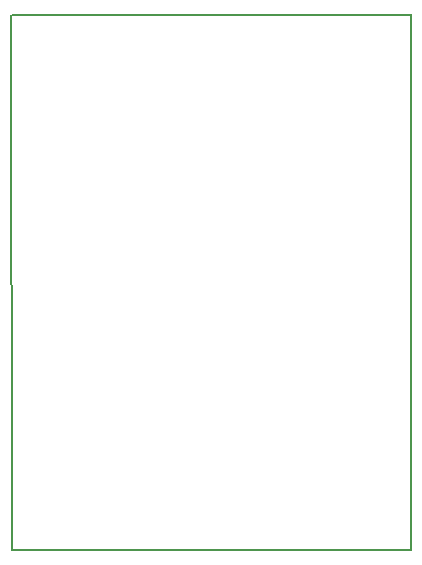
<source format=gbr>
G04 #@! TF.GenerationSoftware,KiCad,Pcbnew,(5.0.1)-rc2*
G04 #@! TF.CreationDate,2019-03-09T02:30:10-07:00*
G04 #@! TF.ProjectId,GPSLogger,4750534C6F676765722E6B696361645F,rev?*
G04 #@! TF.SameCoordinates,Original*
G04 #@! TF.FileFunction,Profile,NP*
%FSLAX46Y46*%
G04 Gerber Fmt 4.6, Leading zero omitted, Abs format (unit mm)*
G04 Created by KiCad (PCBNEW (5.0.1)-rc2) date 3/9/2019 2:30:10 AM*
%MOMM*%
%LPD*%
G01*
G04 APERTURE LIST*
%ADD10C,0.200000*%
G04 APERTURE END LIST*
D10*
X227572000Y-20680000D02*
X193790000Y-20680000D01*
X227584000Y-66040000D02*
X227575000Y-20650000D01*
X193802000Y-66040000D02*
X227584000Y-66040000D01*
X193750000Y-20675000D02*
X193802000Y-66040000D01*
M02*

</source>
